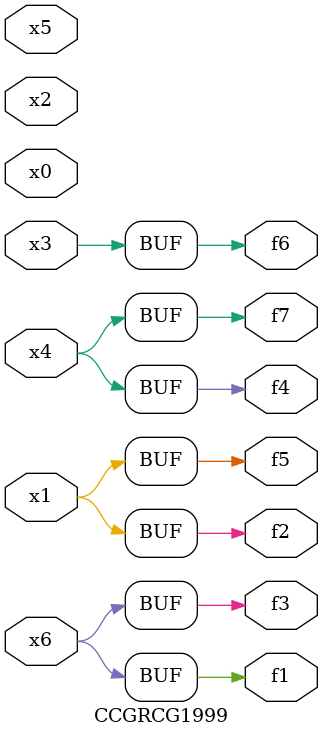
<source format=v>
module CCGRCG1999(
	input x0, x1, x2, x3, x4, x5, x6,
	output f1, f2, f3, f4, f5, f6, f7
);
	assign f1 = x6;
	assign f2 = x1;
	assign f3 = x6;
	assign f4 = x4;
	assign f5 = x1;
	assign f6 = x3;
	assign f7 = x4;
endmodule

</source>
